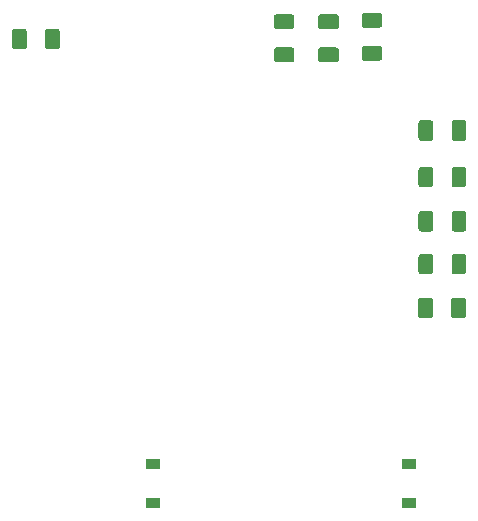
<source format=gbr>
G04 #@! TF.GenerationSoftware,KiCad,Pcbnew,(5.1.4)-1*
G04 #@! TF.CreationDate,2023-02-07T01:37:13+01:00*
G04 #@! TF.ProjectId,test,74657374-2e6b-4696-9361-645f70636258,1.0*
G04 #@! TF.SameCoordinates,Original*
G04 #@! TF.FileFunction,Paste,Bot*
G04 #@! TF.FilePolarity,Positive*
%FSLAX46Y46*%
G04 Gerber Fmt 4.6, Leading zero omitted, Abs format (unit mm)*
G04 Created by KiCad (PCBNEW (5.1.4)-1) date 2023-02-07 01:37:13*
%MOMM*%
%LPD*%
G04 APERTURE LIST*
%ADD10C,0.100000*%
%ADD11C,1.250000*%
%ADD12R,1.200000X0.900000*%
G04 APERTURE END LIST*
D10*
G36*
X203087504Y-55957704D02*
G01*
X203111773Y-55961304D01*
X203135571Y-55967265D01*
X203158671Y-55975530D01*
X203180849Y-55986020D01*
X203201893Y-55998633D01*
X203221598Y-56013247D01*
X203239777Y-56029723D01*
X203256253Y-56047902D01*
X203270867Y-56067607D01*
X203283480Y-56088651D01*
X203293970Y-56110829D01*
X203302235Y-56133929D01*
X203308196Y-56157727D01*
X203311796Y-56181996D01*
X203313000Y-56206500D01*
X203313000Y-56956500D01*
X203311796Y-56981004D01*
X203308196Y-57005273D01*
X203302235Y-57029071D01*
X203293970Y-57052171D01*
X203283480Y-57074349D01*
X203270867Y-57095393D01*
X203256253Y-57115098D01*
X203239777Y-57133277D01*
X203221598Y-57149753D01*
X203201893Y-57164367D01*
X203180849Y-57176980D01*
X203158671Y-57187470D01*
X203135571Y-57195735D01*
X203111773Y-57201696D01*
X203087504Y-57205296D01*
X203063000Y-57206500D01*
X201813000Y-57206500D01*
X201788496Y-57205296D01*
X201764227Y-57201696D01*
X201740429Y-57195735D01*
X201717329Y-57187470D01*
X201695151Y-57176980D01*
X201674107Y-57164367D01*
X201654402Y-57149753D01*
X201636223Y-57133277D01*
X201619747Y-57115098D01*
X201605133Y-57095393D01*
X201592520Y-57074349D01*
X201582030Y-57052171D01*
X201573765Y-57029071D01*
X201567804Y-57005273D01*
X201564204Y-56981004D01*
X201563000Y-56956500D01*
X201563000Y-56206500D01*
X201564204Y-56181996D01*
X201567804Y-56157727D01*
X201573765Y-56133929D01*
X201582030Y-56110829D01*
X201592520Y-56088651D01*
X201605133Y-56067607D01*
X201619747Y-56047902D01*
X201636223Y-56029723D01*
X201654402Y-56013247D01*
X201674107Y-55998633D01*
X201695151Y-55986020D01*
X201717329Y-55975530D01*
X201740429Y-55967265D01*
X201764227Y-55961304D01*
X201788496Y-55957704D01*
X201813000Y-55956500D01*
X203063000Y-55956500D01*
X203087504Y-55957704D01*
X203087504Y-55957704D01*
G37*
D11*
X202438000Y-56581500D03*
D10*
G36*
X203087504Y-53157704D02*
G01*
X203111773Y-53161304D01*
X203135571Y-53167265D01*
X203158671Y-53175530D01*
X203180849Y-53186020D01*
X203201893Y-53198633D01*
X203221598Y-53213247D01*
X203239777Y-53229723D01*
X203256253Y-53247902D01*
X203270867Y-53267607D01*
X203283480Y-53288651D01*
X203293970Y-53310829D01*
X203302235Y-53333929D01*
X203308196Y-53357727D01*
X203311796Y-53381996D01*
X203313000Y-53406500D01*
X203313000Y-54156500D01*
X203311796Y-54181004D01*
X203308196Y-54205273D01*
X203302235Y-54229071D01*
X203293970Y-54252171D01*
X203283480Y-54274349D01*
X203270867Y-54295393D01*
X203256253Y-54315098D01*
X203239777Y-54333277D01*
X203221598Y-54349753D01*
X203201893Y-54364367D01*
X203180849Y-54376980D01*
X203158671Y-54387470D01*
X203135571Y-54395735D01*
X203111773Y-54401696D01*
X203087504Y-54405296D01*
X203063000Y-54406500D01*
X201813000Y-54406500D01*
X201788496Y-54405296D01*
X201764227Y-54401696D01*
X201740429Y-54395735D01*
X201717329Y-54387470D01*
X201695151Y-54376980D01*
X201674107Y-54364367D01*
X201654402Y-54349753D01*
X201636223Y-54333277D01*
X201619747Y-54315098D01*
X201605133Y-54295393D01*
X201592520Y-54274349D01*
X201582030Y-54252171D01*
X201573765Y-54229071D01*
X201567804Y-54205273D01*
X201564204Y-54181004D01*
X201563000Y-54156500D01*
X201563000Y-53406500D01*
X201564204Y-53381996D01*
X201567804Y-53357727D01*
X201573765Y-53333929D01*
X201582030Y-53310829D01*
X201592520Y-53288651D01*
X201605133Y-53267607D01*
X201619747Y-53247902D01*
X201636223Y-53229723D01*
X201654402Y-53213247D01*
X201674107Y-53198633D01*
X201695151Y-53186020D01*
X201717329Y-53175530D01*
X201740429Y-53167265D01*
X201764227Y-53161304D01*
X201788496Y-53157704D01*
X201813000Y-53156500D01*
X203063000Y-53156500D01*
X203087504Y-53157704D01*
X203087504Y-53157704D01*
G37*
D11*
X202438000Y-53781500D03*
D10*
G36*
X210207504Y-66181704D02*
G01*
X210231773Y-66185304D01*
X210255571Y-66191265D01*
X210278671Y-66199530D01*
X210300849Y-66210020D01*
X210321893Y-66222633D01*
X210341598Y-66237247D01*
X210359777Y-66253723D01*
X210376253Y-66271902D01*
X210390867Y-66291607D01*
X210403480Y-66312651D01*
X210413970Y-66334829D01*
X210422235Y-66357929D01*
X210428196Y-66381727D01*
X210431796Y-66405996D01*
X210433000Y-66430500D01*
X210433000Y-67680500D01*
X210431796Y-67705004D01*
X210428196Y-67729273D01*
X210422235Y-67753071D01*
X210413970Y-67776171D01*
X210403480Y-67798349D01*
X210390867Y-67819393D01*
X210376253Y-67839098D01*
X210359777Y-67857277D01*
X210341598Y-67873753D01*
X210321893Y-67888367D01*
X210300849Y-67900980D01*
X210278671Y-67911470D01*
X210255571Y-67919735D01*
X210231773Y-67925696D01*
X210207504Y-67929296D01*
X210183000Y-67930500D01*
X209433000Y-67930500D01*
X209408496Y-67929296D01*
X209384227Y-67925696D01*
X209360429Y-67919735D01*
X209337329Y-67911470D01*
X209315151Y-67900980D01*
X209294107Y-67888367D01*
X209274402Y-67873753D01*
X209256223Y-67857277D01*
X209239747Y-67839098D01*
X209225133Y-67819393D01*
X209212520Y-67798349D01*
X209202030Y-67776171D01*
X209193765Y-67753071D01*
X209187804Y-67729273D01*
X209184204Y-67705004D01*
X209183000Y-67680500D01*
X209183000Y-66430500D01*
X209184204Y-66405996D01*
X209187804Y-66381727D01*
X209193765Y-66357929D01*
X209202030Y-66334829D01*
X209212520Y-66312651D01*
X209225133Y-66291607D01*
X209239747Y-66271902D01*
X209256223Y-66253723D01*
X209274402Y-66237247D01*
X209294107Y-66222633D01*
X209315151Y-66210020D01*
X209337329Y-66199530D01*
X209360429Y-66191265D01*
X209384227Y-66185304D01*
X209408496Y-66181704D01*
X209433000Y-66180500D01*
X210183000Y-66180500D01*
X210207504Y-66181704D01*
X210207504Y-66181704D01*
G37*
D11*
X209808000Y-67055500D03*
D10*
G36*
X207407504Y-66181704D02*
G01*
X207431773Y-66185304D01*
X207455571Y-66191265D01*
X207478671Y-66199530D01*
X207500849Y-66210020D01*
X207521893Y-66222633D01*
X207541598Y-66237247D01*
X207559777Y-66253723D01*
X207576253Y-66271902D01*
X207590867Y-66291607D01*
X207603480Y-66312651D01*
X207613970Y-66334829D01*
X207622235Y-66357929D01*
X207628196Y-66381727D01*
X207631796Y-66405996D01*
X207633000Y-66430500D01*
X207633000Y-67680500D01*
X207631796Y-67705004D01*
X207628196Y-67729273D01*
X207622235Y-67753071D01*
X207613970Y-67776171D01*
X207603480Y-67798349D01*
X207590867Y-67819393D01*
X207576253Y-67839098D01*
X207559777Y-67857277D01*
X207541598Y-67873753D01*
X207521893Y-67888367D01*
X207500849Y-67900980D01*
X207478671Y-67911470D01*
X207455571Y-67919735D01*
X207431773Y-67925696D01*
X207407504Y-67929296D01*
X207383000Y-67930500D01*
X206633000Y-67930500D01*
X206608496Y-67929296D01*
X206584227Y-67925696D01*
X206560429Y-67919735D01*
X206537329Y-67911470D01*
X206515151Y-67900980D01*
X206494107Y-67888367D01*
X206474402Y-67873753D01*
X206456223Y-67857277D01*
X206439747Y-67839098D01*
X206425133Y-67819393D01*
X206412520Y-67798349D01*
X206402030Y-67776171D01*
X206393765Y-67753071D01*
X206387804Y-67729273D01*
X206384204Y-67705004D01*
X206383000Y-67680500D01*
X206383000Y-66430500D01*
X206384204Y-66405996D01*
X206387804Y-66381727D01*
X206393765Y-66357929D01*
X206402030Y-66334829D01*
X206412520Y-66312651D01*
X206425133Y-66291607D01*
X206439747Y-66271902D01*
X206456223Y-66253723D01*
X206474402Y-66237247D01*
X206494107Y-66222633D01*
X206515151Y-66210020D01*
X206537329Y-66199530D01*
X206560429Y-66191265D01*
X206584227Y-66185304D01*
X206608496Y-66181704D01*
X206633000Y-66180500D01*
X207383000Y-66180500D01*
X207407504Y-66181704D01*
X207407504Y-66181704D01*
G37*
D11*
X207008000Y-67055500D03*
D10*
G36*
X195657504Y-53284704D02*
G01*
X195681773Y-53288304D01*
X195705571Y-53294265D01*
X195728671Y-53302530D01*
X195750849Y-53313020D01*
X195771893Y-53325633D01*
X195791598Y-53340247D01*
X195809777Y-53356723D01*
X195826253Y-53374902D01*
X195840867Y-53394607D01*
X195853480Y-53415651D01*
X195863970Y-53437829D01*
X195872235Y-53460929D01*
X195878196Y-53484727D01*
X195881796Y-53508996D01*
X195883000Y-53533500D01*
X195883000Y-54283500D01*
X195881796Y-54308004D01*
X195878196Y-54332273D01*
X195872235Y-54356071D01*
X195863970Y-54379171D01*
X195853480Y-54401349D01*
X195840867Y-54422393D01*
X195826253Y-54442098D01*
X195809777Y-54460277D01*
X195791598Y-54476753D01*
X195771893Y-54491367D01*
X195750849Y-54503980D01*
X195728671Y-54514470D01*
X195705571Y-54522735D01*
X195681773Y-54528696D01*
X195657504Y-54532296D01*
X195633000Y-54533500D01*
X194383000Y-54533500D01*
X194358496Y-54532296D01*
X194334227Y-54528696D01*
X194310429Y-54522735D01*
X194287329Y-54514470D01*
X194265151Y-54503980D01*
X194244107Y-54491367D01*
X194224402Y-54476753D01*
X194206223Y-54460277D01*
X194189747Y-54442098D01*
X194175133Y-54422393D01*
X194162520Y-54401349D01*
X194152030Y-54379171D01*
X194143765Y-54356071D01*
X194137804Y-54332273D01*
X194134204Y-54308004D01*
X194133000Y-54283500D01*
X194133000Y-53533500D01*
X194134204Y-53508996D01*
X194137804Y-53484727D01*
X194143765Y-53460929D01*
X194152030Y-53437829D01*
X194162520Y-53415651D01*
X194175133Y-53394607D01*
X194189747Y-53374902D01*
X194206223Y-53356723D01*
X194224402Y-53340247D01*
X194244107Y-53325633D01*
X194265151Y-53313020D01*
X194287329Y-53302530D01*
X194310429Y-53294265D01*
X194334227Y-53288304D01*
X194358496Y-53284704D01*
X194383000Y-53283500D01*
X195633000Y-53283500D01*
X195657504Y-53284704D01*
X195657504Y-53284704D01*
G37*
D11*
X195008000Y-53908500D03*
D10*
G36*
X195657504Y-56084704D02*
G01*
X195681773Y-56088304D01*
X195705571Y-56094265D01*
X195728671Y-56102530D01*
X195750849Y-56113020D01*
X195771893Y-56125633D01*
X195791598Y-56140247D01*
X195809777Y-56156723D01*
X195826253Y-56174902D01*
X195840867Y-56194607D01*
X195853480Y-56215651D01*
X195863970Y-56237829D01*
X195872235Y-56260929D01*
X195878196Y-56284727D01*
X195881796Y-56308996D01*
X195883000Y-56333500D01*
X195883000Y-57083500D01*
X195881796Y-57108004D01*
X195878196Y-57132273D01*
X195872235Y-57156071D01*
X195863970Y-57179171D01*
X195853480Y-57201349D01*
X195840867Y-57222393D01*
X195826253Y-57242098D01*
X195809777Y-57260277D01*
X195791598Y-57276753D01*
X195771893Y-57291367D01*
X195750849Y-57303980D01*
X195728671Y-57314470D01*
X195705571Y-57322735D01*
X195681773Y-57328696D01*
X195657504Y-57332296D01*
X195633000Y-57333500D01*
X194383000Y-57333500D01*
X194358496Y-57332296D01*
X194334227Y-57328696D01*
X194310429Y-57322735D01*
X194287329Y-57314470D01*
X194265151Y-57303980D01*
X194244107Y-57291367D01*
X194224402Y-57276753D01*
X194206223Y-57260277D01*
X194189747Y-57242098D01*
X194175133Y-57222393D01*
X194162520Y-57201349D01*
X194152030Y-57179171D01*
X194143765Y-57156071D01*
X194137804Y-57132273D01*
X194134204Y-57108004D01*
X194133000Y-57083500D01*
X194133000Y-56333500D01*
X194134204Y-56308996D01*
X194137804Y-56284727D01*
X194143765Y-56260929D01*
X194152030Y-56237829D01*
X194162520Y-56215651D01*
X194175133Y-56194607D01*
X194189747Y-56174902D01*
X194206223Y-56156723D01*
X194224402Y-56140247D01*
X194244107Y-56125633D01*
X194265151Y-56113020D01*
X194287329Y-56102530D01*
X194310429Y-56094265D01*
X194334227Y-56088304D01*
X194358496Y-56084704D01*
X194383000Y-56083500D01*
X195633000Y-56083500D01*
X195657504Y-56084704D01*
X195657504Y-56084704D01*
G37*
D11*
X195008000Y-56708500D03*
D10*
G36*
X207407504Y-69928704D02*
G01*
X207431773Y-69932304D01*
X207455571Y-69938265D01*
X207478671Y-69946530D01*
X207500849Y-69957020D01*
X207521893Y-69969633D01*
X207541598Y-69984247D01*
X207559777Y-70000723D01*
X207576253Y-70018902D01*
X207590867Y-70038607D01*
X207603480Y-70059651D01*
X207613970Y-70081829D01*
X207622235Y-70104929D01*
X207628196Y-70128727D01*
X207631796Y-70152996D01*
X207633000Y-70177500D01*
X207633000Y-71427500D01*
X207631796Y-71452004D01*
X207628196Y-71476273D01*
X207622235Y-71500071D01*
X207613970Y-71523171D01*
X207603480Y-71545349D01*
X207590867Y-71566393D01*
X207576253Y-71586098D01*
X207559777Y-71604277D01*
X207541598Y-71620753D01*
X207521893Y-71635367D01*
X207500849Y-71647980D01*
X207478671Y-71658470D01*
X207455571Y-71666735D01*
X207431773Y-71672696D01*
X207407504Y-71676296D01*
X207383000Y-71677500D01*
X206633000Y-71677500D01*
X206608496Y-71676296D01*
X206584227Y-71672696D01*
X206560429Y-71666735D01*
X206537329Y-71658470D01*
X206515151Y-71647980D01*
X206494107Y-71635367D01*
X206474402Y-71620753D01*
X206456223Y-71604277D01*
X206439747Y-71586098D01*
X206425133Y-71566393D01*
X206412520Y-71545349D01*
X206402030Y-71523171D01*
X206393765Y-71500071D01*
X206387804Y-71476273D01*
X206384204Y-71452004D01*
X206383000Y-71427500D01*
X206383000Y-70177500D01*
X206384204Y-70152996D01*
X206387804Y-70128727D01*
X206393765Y-70104929D01*
X206402030Y-70081829D01*
X206412520Y-70059651D01*
X206425133Y-70038607D01*
X206439747Y-70018902D01*
X206456223Y-70000723D01*
X206474402Y-69984247D01*
X206494107Y-69969633D01*
X206515151Y-69957020D01*
X206537329Y-69946530D01*
X206560429Y-69938265D01*
X206584227Y-69932304D01*
X206608496Y-69928704D01*
X206633000Y-69927500D01*
X207383000Y-69927500D01*
X207407504Y-69928704D01*
X207407504Y-69928704D01*
G37*
D11*
X207008000Y-70802500D03*
D10*
G36*
X210207504Y-69928704D02*
G01*
X210231773Y-69932304D01*
X210255571Y-69938265D01*
X210278671Y-69946530D01*
X210300849Y-69957020D01*
X210321893Y-69969633D01*
X210341598Y-69984247D01*
X210359777Y-70000723D01*
X210376253Y-70018902D01*
X210390867Y-70038607D01*
X210403480Y-70059651D01*
X210413970Y-70081829D01*
X210422235Y-70104929D01*
X210428196Y-70128727D01*
X210431796Y-70152996D01*
X210433000Y-70177500D01*
X210433000Y-71427500D01*
X210431796Y-71452004D01*
X210428196Y-71476273D01*
X210422235Y-71500071D01*
X210413970Y-71523171D01*
X210403480Y-71545349D01*
X210390867Y-71566393D01*
X210376253Y-71586098D01*
X210359777Y-71604277D01*
X210341598Y-71620753D01*
X210321893Y-71635367D01*
X210300849Y-71647980D01*
X210278671Y-71658470D01*
X210255571Y-71666735D01*
X210231773Y-71672696D01*
X210207504Y-71676296D01*
X210183000Y-71677500D01*
X209433000Y-71677500D01*
X209408496Y-71676296D01*
X209384227Y-71672696D01*
X209360429Y-71666735D01*
X209337329Y-71658470D01*
X209315151Y-71647980D01*
X209294107Y-71635367D01*
X209274402Y-71620753D01*
X209256223Y-71604277D01*
X209239747Y-71586098D01*
X209225133Y-71566393D01*
X209212520Y-71545349D01*
X209202030Y-71523171D01*
X209193765Y-71500071D01*
X209187804Y-71476273D01*
X209184204Y-71452004D01*
X209183000Y-71427500D01*
X209183000Y-70177500D01*
X209184204Y-70152996D01*
X209187804Y-70128727D01*
X209193765Y-70104929D01*
X209202030Y-70081829D01*
X209212520Y-70059651D01*
X209225133Y-70038607D01*
X209239747Y-70018902D01*
X209256223Y-70000723D01*
X209274402Y-69984247D01*
X209294107Y-69969633D01*
X209315151Y-69957020D01*
X209337329Y-69946530D01*
X209360429Y-69938265D01*
X209384227Y-69932304D01*
X209408496Y-69928704D01*
X209433000Y-69927500D01*
X210183000Y-69927500D01*
X210207504Y-69928704D01*
X210207504Y-69928704D01*
G37*
D11*
X209808000Y-70802500D03*
D10*
G36*
X175789504Y-54498204D02*
G01*
X175813773Y-54501804D01*
X175837571Y-54507765D01*
X175860671Y-54516030D01*
X175882849Y-54526520D01*
X175903893Y-54539133D01*
X175923598Y-54553747D01*
X175941777Y-54570223D01*
X175958253Y-54588402D01*
X175972867Y-54608107D01*
X175985480Y-54629151D01*
X175995970Y-54651329D01*
X176004235Y-54674429D01*
X176010196Y-54698227D01*
X176013796Y-54722496D01*
X176015000Y-54747000D01*
X176015000Y-55997000D01*
X176013796Y-56021504D01*
X176010196Y-56045773D01*
X176004235Y-56069571D01*
X175995970Y-56092671D01*
X175985480Y-56114849D01*
X175972867Y-56135893D01*
X175958253Y-56155598D01*
X175941777Y-56173777D01*
X175923598Y-56190253D01*
X175903893Y-56204867D01*
X175882849Y-56217480D01*
X175860671Y-56227970D01*
X175837571Y-56236235D01*
X175813773Y-56242196D01*
X175789504Y-56245796D01*
X175765000Y-56247000D01*
X175015000Y-56247000D01*
X174990496Y-56245796D01*
X174966227Y-56242196D01*
X174942429Y-56236235D01*
X174919329Y-56227970D01*
X174897151Y-56217480D01*
X174876107Y-56204867D01*
X174856402Y-56190253D01*
X174838223Y-56173777D01*
X174821747Y-56155598D01*
X174807133Y-56135893D01*
X174794520Y-56114849D01*
X174784030Y-56092671D01*
X174775765Y-56069571D01*
X174769804Y-56045773D01*
X174766204Y-56021504D01*
X174765000Y-55997000D01*
X174765000Y-54747000D01*
X174766204Y-54722496D01*
X174769804Y-54698227D01*
X174775765Y-54674429D01*
X174784030Y-54651329D01*
X174794520Y-54629151D01*
X174807133Y-54608107D01*
X174821747Y-54588402D01*
X174838223Y-54570223D01*
X174856402Y-54553747D01*
X174876107Y-54539133D01*
X174897151Y-54526520D01*
X174919329Y-54516030D01*
X174942429Y-54507765D01*
X174966227Y-54501804D01*
X174990496Y-54498204D01*
X175015000Y-54497000D01*
X175765000Y-54497000D01*
X175789504Y-54498204D01*
X175789504Y-54498204D01*
G37*
D11*
X175390000Y-55372000D03*
D10*
G36*
X172989504Y-54498204D02*
G01*
X173013773Y-54501804D01*
X173037571Y-54507765D01*
X173060671Y-54516030D01*
X173082849Y-54526520D01*
X173103893Y-54539133D01*
X173123598Y-54553747D01*
X173141777Y-54570223D01*
X173158253Y-54588402D01*
X173172867Y-54608107D01*
X173185480Y-54629151D01*
X173195970Y-54651329D01*
X173204235Y-54674429D01*
X173210196Y-54698227D01*
X173213796Y-54722496D01*
X173215000Y-54747000D01*
X173215000Y-55997000D01*
X173213796Y-56021504D01*
X173210196Y-56045773D01*
X173204235Y-56069571D01*
X173195970Y-56092671D01*
X173185480Y-56114849D01*
X173172867Y-56135893D01*
X173158253Y-56155598D01*
X173141777Y-56173777D01*
X173123598Y-56190253D01*
X173103893Y-56204867D01*
X173082849Y-56217480D01*
X173060671Y-56227970D01*
X173037571Y-56236235D01*
X173013773Y-56242196D01*
X172989504Y-56245796D01*
X172965000Y-56247000D01*
X172215000Y-56247000D01*
X172190496Y-56245796D01*
X172166227Y-56242196D01*
X172142429Y-56236235D01*
X172119329Y-56227970D01*
X172097151Y-56217480D01*
X172076107Y-56204867D01*
X172056402Y-56190253D01*
X172038223Y-56173777D01*
X172021747Y-56155598D01*
X172007133Y-56135893D01*
X171994520Y-56114849D01*
X171984030Y-56092671D01*
X171975765Y-56069571D01*
X171969804Y-56045773D01*
X171966204Y-56021504D01*
X171965000Y-55997000D01*
X171965000Y-54747000D01*
X171966204Y-54722496D01*
X171969804Y-54698227D01*
X171975765Y-54674429D01*
X171984030Y-54651329D01*
X171994520Y-54629151D01*
X172007133Y-54608107D01*
X172021747Y-54588402D01*
X172038223Y-54570223D01*
X172056402Y-54553747D01*
X172076107Y-54539133D01*
X172097151Y-54526520D01*
X172119329Y-54516030D01*
X172142429Y-54507765D01*
X172166227Y-54501804D01*
X172190496Y-54498204D01*
X172215000Y-54497000D01*
X172965000Y-54497000D01*
X172989504Y-54498204D01*
X172989504Y-54498204D01*
G37*
D11*
X172590000Y-55372000D03*
D12*
X183896000Y-91377500D03*
X183896000Y-94677500D03*
D10*
G36*
X207407504Y-73547704D02*
G01*
X207431773Y-73551304D01*
X207455571Y-73557265D01*
X207478671Y-73565530D01*
X207500849Y-73576020D01*
X207521893Y-73588633D01*
X207541598Y-73603247D01*
X207559777Y-73619723D01*
X207576253Y-73637902D01*
X207590867Y-73657607D01*
X207603480Y-73678651D01*
X207613970Y-73700829D01*
X207622235Y-73723929D01*
X207628196Y-73747727D01*
X207631796Y-73771996D01*
X207633000Y-73796500D01*
X207633000Y-75046500D01*
X207631796Y-75071004D01*
X207628196Y-75095273D01*
X207622235Y-75119071D01*
X207613970Y-75142171D01*
X207603480Y-75164349D01*
X207590867Y-75185393D01*
X207576253Y-75205098D01*
X207559777Y-75223277D01*
X207541598Y-75239753D01*
X207521893Y-75254367D01*
X207500849Y-75266980D01*
X207478671Y-75277470D01*
X207455571Y-75285735D01*
X207431773Y-75291696D01*
X207407504Y-75295296D01*
X207383000Y-75296500D01*
X206633000Y-75296500D01*
X206608496Y-75295296D01*
X206584227Y-75291696D01*
X206560429Y-75285735D01*
X206537329Y-75277470D01*
X206515151Y-75266980D01*
X206494107Y-75254367D01*
X206474402Y-75239753D01*
X206456223Y-75223277D01*
X206439747Y-75205098D01*
X206425133Y-75185393D01*
X206412520Y-75164349D01*
X206402030Y-75142171D01*
X206393765Y-75119071D01*
X206387804Y-75095273D01*
X206384204Y-75071004D01*
X206383000Y-75046500D01*
X206383000Y-73796500D01*
X206384204Y-73771996D01*
X206387804Y-73747727D01*
X206393765Y-73723929D01*
X206402030Y-73700829D01*
X206412520Y-73678651D01*
X206425133Y-73657607D01*
X206439747Y-73637902D01*
X206456223Y-73619723D01*
X206474402Y-73603247D01*
X206494107Y-73588633D01*
X206515151Y-73576020D01*
X206537329Y-73565530D01*
X206560429Y-73557265D01*
X206584227Y-73551304D01*
X206608496Y-73547704D01*
X206633000Y-73546500D01*
X207383000Y-73546500D01*
X207407504Y-73547704D01*
X207407504Y-73547704D01*
G37*
D11*
X207008000Y-74421500D03*
D10*
G36*
X210207504Y-73547704D02*
G01*
X210231773Y-73551304D01*
X210255571Y-73557265D01*
X210278671Y-73565530D01*
X210300849Y-73576020D01*
X210321893Y-73588633D01*
X210341598Y-73603247D01*
X210359777Y-73619723D01*
X210376253Y-73637902D01*
X210390867Y-73657607D01*
X210403480Y-73678651D01*
X210413970Y-73700829D01*
X210422235Y-73723929D01*
X210428196Y-73747727D01*
X210431796Y-73771996D01*
X210433000Y-73796500D01*
X210433000Y-75046500D01*
X210431796Y-75071004D01*
X210428196Y-75095273D01*
X210422235Y-75119071D01*
X210413970Y-75142171D01*
X210403480Y-75164349D01*
X210390867Y-75185393D01*
X210376253Y-75205098D01*
X210359777Y-75223277D01*
X210341598Y-75239753D01*
X210321893Y-75254367D01*
X210300849Y-75266980D01*
X210278671Y-75277470D01*
X210255571Y-75285735D01*
X210231773Y-75291696D01*
X210207504Y-75295296D01*
X210183000Y-75296500D01*
X209433000Y-75296500D01*
X209408496Y-75295296D01*
X209384227Y-75291696D01*
X209360429Y-75285735D01*
X209337329Y-75277470D01*
X209315151Y-75266980D01*
X209294107Y-75254367D01*
X209274402Y-75239753D01*
X209256223Y-75223277D01*
X209239747Y-75205098D01*
X209225133Y-75185393D01*
X209212520Y-75164349D01*
X209202030Y-75142171D01*
X209193765Y-75119071D01*
X209187804Y-75095273D01*
X209184204Y-75071004D01*
X209183000Y-75046500D01*
X209183000Y-73796500D01*
X209184204Y-73771996D01*
X209187804Y-73747727D01*
X209193765Y-73723929D01*
X209202030Y-73700829D01*
X209212520Y-73678651D01*
X209225133Y-73657607D01*
X209239747Y-73637902D01*
X209256223Y-73619723D01*
X209274402Y-73603247D01*
X209294107Y-73588633D01*
X209315151Y-73576020D01*
X209337329Y-73565530D01*
X209360429Y-73557265D01*
X209384227Y-73551304D01*
X209408496Y-73547704D01*
X209433000Y-73546500D01*
X210183000Y-73546500D01*
X210207504Y-73547704D01*
X210207504Y-73547704D01*
G37*
D11*
X209808000Y-74421500D03*
D10*
G36*
X210207504Y-62245204D02*
G01*
X210231773Y-62248804D01*
X210255571Y-62254765D01*
X210278671Y-62263030D01*
X210300849Y-62273520D01*
X210321893Y-62286133D01*
X210341598Y-62300747D01*
X210359777Y-62317223D01*
X210376253Y-62335402D01*
X210390867Y-62355107D01*
X210403480Y-62376151D01*
X210413970Y-62398329D01*
X210422235Y-62421429D01*
X210428196Y-62445227D01*
X210431796Y-62469496D01*
X210433000Y-62494000D01*
X210433000Y-63744000D01*
X210431796Y-63768504D01*
X210428196Y-63792773D01*
X210422235Y-63816571D01*
X210413970Y-63839671D01*
X210403480Y-63861849D01*
X210390867Y-63882893D01*
X210376253Y-63902598D01*
X210359777Y-63920777D01*
X210341598Y-63937253D01*
X210321893Y-63951867D01*
X210300849Y-63964480D01*
X210278671Y-63974970D01*
X210255571Y-63983235D01*
X210231773Y-63989196D01*
X210207504Y-63992796D01*
X210183000Y-63994000D01*
X209433000Y-63994000D01*
X209408496Y-63992796D01*
X209384227Y-63989196D01*
X209360429Y-63983235D01*
X209337329Y-63974970D01*
X209315151Y-63964480D01*
X209294107Y-63951867D01*
X209274402Y-63937253D01*
X209256223Y-63920777D01*
X209239747Y-63902598D01*
X209225133Y-63882893D01*
X209212520Y-63861849D01*
X209202030Y-63839671D01*
X209193765Y-63816571D01*
X209187804Y-63792773D01*
X209184204Y-63768504D01*
X209183000Y-63744000D01*
X209183000Y-62494000D01*
X209184204Y-62469496D01*
X209187804Y-62445227D01*
X209193765Y-62421429D01*
X209202030Y-62398329D01*
X209212520Y-62376151D01*
X209225133Y-62355107D01*
X209239747Y-62335402D01*
X209256223Y-62317223D01*
X209274402Y-62300747D01*
X209294107Y-62286133D01*
X209315151Y-62273520D01*
X209337329Y-62263030D01*
X209360429Y-62254765D01*
X209384227Y-62248804D01*
X209408496Y-62245204D01*
X209433000Y-62244000D01*
X210183000Y-62244000D01*
X210207504Y-62245204D01*
X210207504Y-62245204D01*
G37*
D11*
X209808000Y-63119000D03*
D10*
G36*
X207407504Y-62245204D02*
G01*
X207431773Y-62248804D01*
X207455571Y-62254765D01*
X207478671Y-62263030D01*
X207500849Y-62273520D01*
X207521893Y-62286133D01*
X207541598Y-62300747D01*
X207559777Y-62317223D01*
X207576253Y-62335402D01*
X207590867Y-62355107D01*
X207603480Y-62376151D01*
X207613970Y-62398329D01*
X207622235Y-62421429D01*
X207628196Y-62445227D01*
X207631796Y-62469496D01*
X207633000Y-62494000D01*
X207633000Y-63744000D01*
X207631796Y-63768504D01*
X207628196Y-63792773D01*
X207622235Y-63816571D01*
X207613970Y-63839671D01*
X207603480Y-63861849D01*
X207590867Y-63882893D01*
X207576253Y-63902598D01*
X207559777Y-63920777D01*
X207541598Y-63937253D01*
X207521893Y-63951867D01*
X207500849Y-63964480D01*
X207478671Y-63974970D01*
X207455571Y-63983235D01*
X207431773Y-63989196D01*
X207407504Y-63992796D01*
X207383000Y-63994000D01*
X206633000Y-63994000D01*
X206608496Y-63992796D01*
X206584227Y-63989196D01*
X206560429Y-63983235D01*
X206537329Y-63974970D01*
X206515151Y-63964480D01*
X206494107Y-63951867D01*
X206474402Y-63937253D01*
X206456223Y-63920777D01*
X206439747Y-63902598D01*
X206425133Y-63882893D01*
X206412520Y-63861849D01*
X206402030Y-63839671D01*
X206393765Y-63816571D01*
X206387804Y-63792773D01*
X206384204Y-63768504D01*
X206383000Y-63744000D01*
X206383000Y-62494000D01*
X206384204Y-62469496D01*
X206387804Y-62445227D01*
X206393765Y-62421429D01*
X206402030Y-62398329D01*
X206412520Y-62376151D01*
X206425133Y-62355107D01*
X206439747Y-62335402D01*
X206456223Y-62317223D01*
X206474402Y-62300747D01*
X206494107Y-62286133D01*
X206515151Y-62273520D01*
X206537329Y-62263030D01*
X206560429Y-62254765D01*
X206584227Y-62248804D01*
X206608496Y-62245204D01*
X206633000Y-62244000D01*
X207383000Y-62244000D01*
X207407504Y-62245204D01*
X207407504Y-62245204D01*
G37*
D11*
X207008000Y-63119000D03*
D10*
G36*
X199403504Y-53284704D02*
G01*
X199427773Y-53288304D01*
X199451571Y-53294265D01*
X199474671Y-53302530D01*
X199496849Y-53313020D01*
X199517893Y-53325633D01*
X199537598Y-53340247D01*
X199555777Y-53356723D01*
X199572253Y-53374902D01*
X199586867Y-53394607D01*
X199599480Y-53415651D01*
X199609970Y-53437829D01*
X199618235Y-53460929D01*
X199624196Y-53484727D01*
X199627796Y-53508996D01*
X199629000Y-53533500D01*
X199629000Y-54283500D01*
X199627796Y-54308004D01*
X199624196Y-54332273D01*
X199618235Y-54356071D01*
X199609970Y-54379171D01*
X199599480Y-54401349D01*
X199586867Y-54422393D01*
X199572253Y-54442098D01*
X199555777Y-54460277D01*
X199537598Y-54476753D01*
X199517893Y-54491367D01*
X199496849Y-54503980D01*
X199474671Y-54514470D01*
X199451571Y-54522735D01*
X199427773Y-54528696D01*
X199403504Y-54532296D01*
X199379000Y-54533500D01*
X198129000Y-54533500D01*
X198104496Y-54532296D01*
X198080227Y-54528696D01*
X198056429Y-54522735D01*
X198033329Y-54514470D01*
X198011151Y-54503980D01*
X197990107Y-54491367D01*
X197970402Y-54476753D01*
X197952223Y-54460277D01*
X197935747Y-54442098D01*
X197921133Y-54422393D01*
X197908520Y-54401349D01*
X197898030Y-54379171D01*
X197889765Y-54356071D01*
X197883804Y-54332273D01*
X197880204Y-54308004D01*
X197879000Y-54283500D01*
X197879000Y-53533500D01*
X197880204Y-53508996D01*
X197883804Y-53484727D01*
X197889765Y-53460929D01*
X197898030Y-53437829D01*
X197908520Y-53415651D01*
X197921133Y-53394607D01*
X197935747Y-53374902D01*
X197952223Y-53356723D01*
X197970402Y-53340247D01*
X197990107Y-53325633D01*
X198011151Y-53313020D01*
X198033329Y-53302530D01*
X198056429Y-53294265D01*
X198080227Y-53288304D01*
X198104496Y-53284704D01*
X198129000Y-53283500D01*
X199379000Y-53283500D01*
X199403504Y-53284704D01*
X199403504Y-53284704D01*
G37*
D11*
X198754000Y-53908500D03*
D10*
G36*
X199403504Y-56084704D02*
G01*
X199427773Y-56088304D01*
X199451571Y-56094265D01*
X199474671Y-56102530D01*
X199496849Y-56113020D01*
X199517893Y-56125633D01*
X199537598Y-56140247D01*
X199555777Y-56156723D01*
X199572253Y-56174902D01*
X199586867Y-56194607D01*
X199599480Y-56215651D01*
X199609970Y-56237829D01*
X199618235Y-56260929D01*
X199624196Y-56284727D01*
X199627796Y-56308996D01*
X199629000Y-56333500D01*
X199629000Y-57083500D01*
X199627796Y-57108004D01*
X199624196Y-57132273D01*
X199618235Y-57156071D01*
X199609970Y-57179171D01*
X199599480Y-57201349D01*
X199586867Y-57222393D01*
X199572253Y-57242098D01*
X199555777Y-57260277D01*
X199537598Y-57276753D01*
X199517893Y-57291367D01*
X199496849Y-57303980D01*
X199474671Y-57314470D01*
X199451571Y-57322735D01*
X199427773Y-57328696D01*
X199403504Y-57332296D01*
X199379000Y-57333500D01*
X198129000Y-57333500D01*
X198104496Y-57332296D01*
X198080227Y-57328696D01*
X198056429Y-57322735D01*
X198033329Y-57314470D01*
X198011151Y-57303980D01*
X197990107Y-57291367D01*
X197970402Y-57276753D01*
X197952223Y-57260277D01*
X197935747Y-57242098D01*
X197921133Y-57222393D01*
X197908520Y-57201349D01*
X197898030Y-57179171D01*
X197889765Y-57156071D01*
X197883804Y-57132273D01*
X197880204Y-57108004D01*
X197879000Y-57083500D01*
X197879000Y-56333500D01*
X197880204Y-56308996D01*
X197883804Y-56284727D01*
X197889765Y-56260929D01*
X197898030Y-56237829D01*
X197908520Y-56215651D01*
X197921133Y-56194607D01*
X197935747Y-56174902D01*
X197952223Y-56156723D01*
X197970402Y-56140247D01*
X197990107Y-56125633D01*
X198011151Y-56113020D01*
X198033329Y-56102530D01*
X198056429Y-56094265D01*
X198080227Y-56088304D01*
X198104496Y-56084704D01*
X198129000Y-56083500D01*
X199379000Y-56083500D01*
X199403504Y-56084704D01*
X199403504Y-56084704D01*
G37*
D11*
X198754000Y-56708500D03*
D10*
G36*
X210171504Y-77269704D02*
G01*
X210195773Y-77273304D01*
X210219571Y-77279265D01*
X210242671Y-77287530D01*
X210264849Y-77298020D01*
X210285893Y-77310633D01*
X210305598Y-77325247D01*
X210323777Y-77341723D01*
X210340253Y-77359902D01*
X210354867Y-77379607D01*
X210367480Y-77400651D01*
X210377970Y-77422829D01*
X210386235Y-77445929D01*
X210392196Y-77469727D01*
X210395796Y-77493996D01*
X210397000Y-77518500D01*
X210397000Y-78768500D01*
X210395796Y-78793004D01*
X210392196Y-78817273D01*
X210386235Y-78841071D01*
X210377970Y-78864171D01*
X210367480Y-78886349D01*
X210354867Y-78907393D01*
X210340253Y-78927098D01*
X210323777Y-78945277D01*
X210305598Y-78961753D01*
X210285893Y-78976367D01*
X210264849Y-78988980D01*
X210242671Y-78999470D01*
X210219571Y-79007735D01*
X210195773Y-79013696D01*
X210171504Y-79017296D01*
X210147000Y-79018500D01*
X209397000Y-79018500D01*
X209372496Y-79017296D01*
X209348227Y-79013696D01*
X209324429Y-79007735D01*
X209301329Y-78999470D01*
X209279151Y-78988980D01*
X209258107Y-78976367D01*
X209238402Y-78961753D01*
X209220223Y-78945277D01*
X209203747Y-78927098D01*
X209189133Y-78907393D01*
X209176520Y-78886349D01*
X209166030Y-78864171D01*
X209157765Y-78841071D01*
X209151804Y-78817273D01*
X209148204Y-78793004D01*
X209147000Y-78768500D01*
X209147000Y-77518500D01*
X209148204Y-77493996D01*
X209151804Y-77469727D01*
X209157765Y-77445929D01*
X209166030Y-77422829D01*
X209176520Y-77400651D01*
X209189133Y-77379607D01*
X209203747Y-77359902D01*
X209220223Y-77341723D01*
X209238402Y-77325247D01*
X209258107Y-77310633D01*
X209279151Y-77298020D01*
X209301329Y-77287530D01*
X209324429Y-77279265D01*
X209348227Y-77273304D01*
X209372496Y-77269704D01*
X209397000Y-77268500D01*
X210147000Y-77268500D01*
X210171504Y-77269704D01*
X210171504Y-77269704D01*
G37*
D11*
X209772000Y-78143500D03*
D10*
G36*
X207371504Y-77269704D02*
G01*
X207395773Y-77273304D01*
X207419571Y-77279265D01*
X207442671Y-77287530D01*
X207464849Y-77298020D01*
X207485893Y-77310633D01*
X207505598Y-77325247D01*
X207523777Y-77341723D01*
X207540253Y-77359902D01*
X207554867Y-77379607D01*
X207567480Y-77400651D01*
X207577970Y-77422829D01*
X207586235Y-77445929D01*
X207592196Y-77469727D01*
X207595796Y-77493996D01*
X207597000Y-77518500D01*
X207597000Y-78768500D01*
X207595796Y-78793004D01*
X207592196Y-78817273D01*
X207586235Y-78841071D01*
X207577970Y-78864171D01*
X207567480Y-78886349D01*
X207554867Y-78907393D01*
X207540253Y-78927098D01*
X207523777Y-78945277D01*
X207505598Y-78961753D01*
X207485893Y-78976367D01*
X207464849Y-78988980D01*
X207442671Y-78999470D01*
X207419571Y-79007735D01*
X207395773Y-79013696D01*
X207371504Y-79017296D01*
X207347000Y-79018500D01*
X206597000Y-79018500D01*
X206572496Y-79017296D01*
X206548227Y-79013696D01*
X206524429Y-79007735D01*
X206501329Y-78999470D01*
X206479151Y-78988980D01*
X206458107Y-78976367D01*
X206438402Y-78961753D01*
X206420223Y-78945277D01*
X206403747Y-78927098D01*
X206389133Y-78907393D01*
X206376520Y-78886349D01*
X206366030Y-78864171D01*
X206357765Y-78841071D01*
X206351804Y-78817273D01*
X206348204Y-78793004D01*
X206347000Y-78768500D01*
X206347000Y-77518500D01*
X206348204Y-77493996D01*
X206351804Y-77469727D01*
X206357765Y-77445929D01*
X206366030Y-77422829D01*
X206376520Y-77400651D01*
X206389133Y-77379607D01*
X206403747Y-77359902D01*
X206420223Y-77341723D01*
X206438402Y-77325247D01*
X206458107Y-77310633D01*
X206479151Y-77298020D01*
X206501329Y-77287530D01*
X206524429Y-77279265D01*
X206548227Y-77273304D01*
X206572496Y-77269704D01*
X206597000Y-77268500D01*
X207347000Y-77268500D01*
X207371504Y-77269704D01*
X207371504Y-77269704D01*
G37*
D11*
X206972000Y-78143500D03*
D12*
X205613000Y-91377500D03*
X205613000Y-94677500D03*
M02*

</source>
